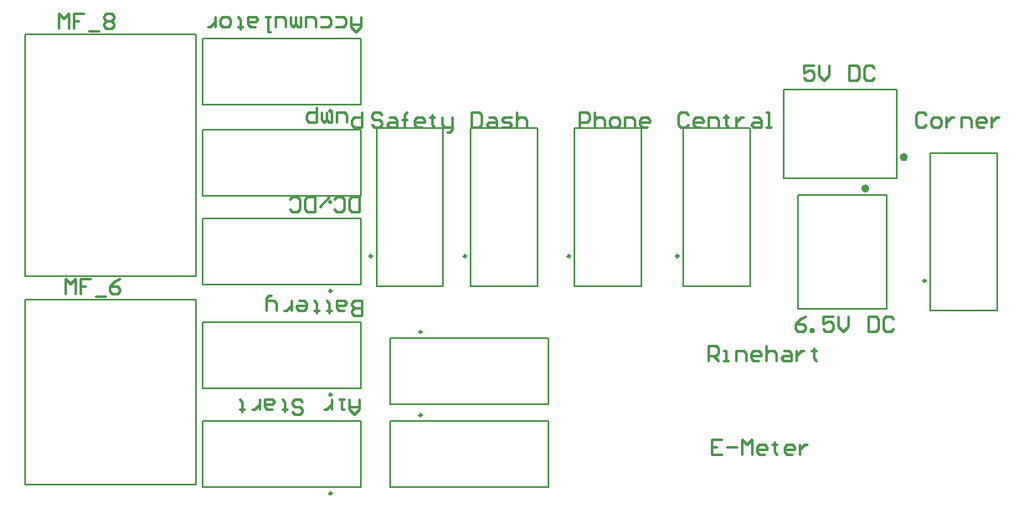
<source format=gto>
G04*
G04 #@! TF.GenerationSoftware,Altium Limited,Altium Designer,19.0.14 (431)*
G04*
G04 Layer_Color=65535*
%FSLAX25Y25*%
%MOIN*%
G70*
G01*
G75*
%ADD10C,0.00984*%
%ADD11C,0.01575*%
%ADD12C,0.00787*%
%ADD13C,0.00600*%
%ADD14C,0.00500*%
%ADD15C,0.01000*%
D10*
X299843Y136024D02*
G03*
X299843Y136024I-492J0D01*
G01*
X177795D02*
G03*
X177795Y136024I-492J0D01*
G01*
X256535D02*
G03*
X256535Y136024I-492J0D01*
G01*
X215197D02*
G03*
X215197Y136024I-492J0D01*
G01*
X161713Y80847D02*
G03*
X161713Y80847I-492J0D01*
G01*
Y41476D02*
G03*
X161713Y41476I-492J0D01*
G01*
Y122185D02*
G03*
X161713Y122185I-492J0D01*
G01*
Y157618D02*
G03*
X161713Y157618I-492J0D01*
G01*
X197539Y105768D02*
G03*
X197539Y105768I-492J0D01*
G01*
Y72696D02*
G03*
X197539Y72696I-492J0D01*
G01*
X398268Y126181D02*
G03*
X398268Y126181I-492J0D01*
G01*
X161713Y193839D02*
G03*
X161713Y193839I-492J0D01*
G01*
D11*
X390236Y175394D02*
G03*
X390236Y175394I-787J0D01*
G01*
X374961Y162913D02*
G03*
X374961Y162913I-787J0D01*
G01*
D12*
X301713Y124016D02*
Y187008D01*
X328209Y124016D02*
Y187008D01*
X301713D02*
X328209D01*
X301713Y124016D02*
X328209D01*
X179665D02*
Y187008D01*
X206161Y124016D02*
Y187008D01*
X179665D02*
X206161D01*
X179665Y124016D02*
X206161D01*
X258405D02*
Y187008D01*
X284902Y124016D02*
Y187008D01*
X258405D02*
X284902D01*
X258405Y124016D02*
X284902D01*
X217067D02*
Y187008D01*
X243564Y124016D02*
Y187008D01*
X217067D02*
X243564D01*
X217067Y124016D02*
X243564D01*
X173228Y83209D02*
Y109705D01*
X110236Y83209D02*
Y109705D01*
X173228D01*
X110236Y83209D02*
X173228D01*
Y43838D02*
Y70334D01*
X110236Y43838D02*
Y70334D01*
X173228D01*
X110236Y43838D02*
X173228D01*
Y124547D02*
Y151043D01*
X110236Y124547D02*
Y151043D01*
X173228D01*
X110236Y124547D02*
X173228D01*
Y159980D02*
Y186476D01*
X110236Y159980D02*
Y186476D01*
X173228D01*
X110236Y159980D02*
X173228D01*
X185039Y76910D02*
Y103405D01*
X248031Y76910D02*
Y103405D01*
X185039Y76910D02*
X248031D01*
X185039Y103405D02*
X248031D01*
X185039Y43838D02*
Y70334D01*
X248031Y43838D02*
Y70334D01*
X185039Y43838D02*
X248031D01*
X185039Y70334D02*
X248031D01*
X400138Y114173D02*
X426634D01*
X400138Y177165D02*
X426634D01*
Y114173D02*
Y177165D01*
X400138Y114173D02*
Y177165D01*
X173228Y196201D02*
Y222697D01*
X110236Y196201D02*
Y222697D01*
X173228D01*
X110236Y196201D02*
X173228D01*
D13*
X39685Y127987D02*
Y224247D01*
X107717D01*
Y127987D02*
Y224247D01*
X39685Y127987D02*
X107717D01*
X39685Y44980D02*
Y118799D01*
X107717D01*
Y44980D02*
Y118799D01*
X39685Y44980D02*
X107717D01*
D14*
X341535Y202362D02*
X386811D01*
X341535Y166929D02*
X386811D01*
X341535D02*
Y202362D01*
X386811Y166929D02*
Y202362D01*
X347205Y115000D02*
Y160276D01*
X382638Y115000D02*
Y160276D01*
X347205Y115000D02*
X382638D01*
X347205Y160276D02*
X382638D01*
D15*
X53150Y226772D02*
Y232770D01*
X55149Y230770D01*
X57148Y232770D01*
Y226772D01*
X63146Y232770D02*
X59148D01*
Y229771D01*
X61147D01*
X59148D01*
Y226772D01*
X65146Y225772D02*
X69144D01*
X71144Y231770D02*
X72144Y232770D01*
X74143D01*
X75143Y231770D01*
Y230770D01*
X74143Y229771D01*
X75143Y228771D01*
Y227771D01*
X74143Y226772D01*
X72144D01*
X71144Y227771D01*
Y228771D01*
X72144Y229771D01*
X71144Y230770D01*
Y231770D01*
X72144Y229771D02*
X74143D01*
X350416Y112140D02*
X348417Y111140D01*
X346417Y109141D01*
Y107141D01*
X347417Y106142D01*
X349416D01*
X350416Y107141D01*
Y108141D01*
X349416Y109141D01*
X346417D01*
X352415Y106142D02*
Y107141D01*
X353415D01*
Y106142D01*
X352415D01*
X361413Y112140D02*
X357414D01*
Y109141D01*
X359413Y110141D01*
X360413D01*
X361413Y109141D01*
Y107141D01*
X360413Y106142D01*
X358413D01*
X357414Y107141D01*
X363412Y112140D02*
Y108141D01*
X365411Y106142D01*
X367410Y108141D01*
Y112140D01*
X375408D02*
Y106142D01*
X378407D01*
X379407Y107141D01*
Y111140D01*
X378407Y112140D01*
X375408D01*
X385405Y111140D02*
X384405Y112140D01*
X382406D01*
X381406Y111140D01*
Y107141D01*
X382406Y106142D01*
X384405D01*
X385405Y107141D01*
X353605Y211904D02*
X349606D01*
Y208905D01*
X351606Y209904D01*
X352605D01*
X353605Y208905D01*
Y206905D01*
X352605Y205906D01*
X350606D01*
X349606Y206905D01*
X355604Y211904D02*
Y207905D01*
X357604Y205906D01*
X359603Y207905D01*
Y211904D01*
X367600D02*
Y205906D01*
X370600D01*
X371599Y206905D01*
Y210904D01*
X370600Y211904D01*
X367600D01*
X377597Y210904D02*
X376598Y211904D01*
X374598D01*
X373599Y210904D01*
Y206905D01*
X374598Y205906D01*
X376598D01*
X377597Y206905D01*
X55512Y120866D02*
Y126864D01*
X57511Y124865D01*
X59510Y126864D01*
Y120866D01*
X65509Y126864D02*
X61510D01*
Y123865D01*
X63509D01*
X61510D01*
Y120866D01*
X67508Y119867D02*
X71507D01*
X77505Y126864D02*
X75505Y125865D01*
X73506Y123865D01*
Y121866D01*
X74506Y120866D01*
X76505D01*
X77505Y121866D01*
Y122865D01*
X76505Y123865D01*
X73506D01*
X173819Y112309D02*
Y118307D01*
X170820D01*
X169820Y117307D01*
Y116308D01*
X170820Y115308D01*
X173819D01*
X170820D01*
X169820Y114308D01*
Y113309D01*
X170820Y112309D01*
X173819D01*
X166821Y114308D02*
X164822D01*
X163822Y115308D01*
Y118307D01*
X166821D01*
X167821Y117307D01*
X166821Y116308D01*
X163822D01*
X160823Y113309D02*
Y114308D01*
X161823D01*
X159823D01*
X160823D01*
Y117307D01*
X159823Y118307D01*
X155825Y113309D02*
Y114308D01*
X156824D01*
X154825D01*
X155825D01*
Y117307D01*
X154825Y118307D01*
X148827D02*
X150826D01*
X151826Y117307D01*
Y115308D01*
X150826Y114308D01*
X148827D01*
X147827Y115308D01*
Y116308D01*
X151826D01*
X145828Y114308D02*
Y118307D01*
Y116308D01*
X144828Y115308D01*
X143829Y114308D01*
X142829D01*
X139830D02*
Y117307D01*
X138830Y118307D01*
X135831D01*
Y119307D01*
X136831Y120306D01*
X137830D01*
X135831Y118307D02*
Y114308D01*
X172835Y78936D02*
Y74938D01*
X170835Y72939D01*
X168836Y74938D01*
Y78936D01*
Y75937D01*
X172835D01*
X166837Y78936D02*
X164837D01*
X165837D01*
Y74938D01*
X166837D01*
X161838D02*
Y78936D01*
Y76937D01*
X160838Y75937D01*
X159839Y74938D01*
X158839D01*
X145843Y73938D02*
X146843Y72939D01*
X148842D01*
X149842Y73938D01*
Y74938D01*
X148842Y75937D01*
X146843D01*
X145843Y76937D01*
Y77937D01*
X146843Y78936D01*
X148842D01*
X149842Y77937D01*
X142844Y73938D02*
Y74938D01*
X143844D01*
X141845D01*
X142844D01*
Y77937D01*
X141845Y78936D01*
X137846Y74938D02*
X135847D01*
X134847Y75937D01*
Y78936D01*
X137846D01*
X138846Y77937D01*
X137846Y76937D01*
X134847D01*
X132848Y74938D02*
Y78936D01*
Y76937D01*
X131848Y75937D01*
X130848Y74938D01*
X129849D01*
X125850Y73938D02*
Y74938D01*
X126849D01*
X124850D01*
X125850D01*
Y77937D01*
X124850Y78936D01*
X172835Y153648D02*
Y159646D01*
X169836D01*
X168836Y158646D01*
Y154647D01*
X169836Y153648D01*
X172835D01*
X162838Y154647D02*
X163838Y153648D01*
X165837D01*
X166837Y154647D01*
Y158646D01*
X165837Y159646D01*
X163838D01*
X162838Y158646D01*
X160838Y159646D02*
X156840Y155647D01*
X154841Y153648D02*
Y159646D01*
X151841D01*
X150842Y158646D01*
Y154647D01*
X151841Y153648D01*
X154841D01*
X144844Y154647D02*
X145843Y153648D01*
X147843D01*
X148842Y154647D01*
Y158646D01*
X147843Y159646D01*
X145843D01*
X144844Y158646D01*
X173622Y193307D02*
Y187309D01*
X170623D01*
X169623Y188309D01*
Y190308D01*
X170623Y191308D01*
X173622D01*
X167624Y189308D02*
Y192307D01*
X166624Y193307D01*
X163625D01*
Y189308D01*
X161626Y193307D02*
Y189308D01*
X160626D01*
X159627Y190308D01*
Y193307D01*
Y190308D01*
X158627Y189308D01*
X157627Y190308D01*
Y193307D01*
X155628Y195306D02*
Y189308D01*
X152629D01*
X151629Y190308D01*
Y192307D01*
X152629Y193307D01*
X155628D01*
X173425Y231299D02*
Y227301D01*
X171426Y225301D01*
X169427Y227301D01*
Y231299D01*
Y228300D01*
X173425D01*
X163428Y227301D02*
X166427D01*
X167427Y228300D01*
Y230299D01*
X166427Y231299D01*
X163428D01*
X157430Y227301D02*
X160429D01*
X161429Y228300D01*
Y230299D01*
X160429Y231299D01*
X157430D01*
X155431Y227301D02*
Y230299D01*
X154431Y231299D01*
X151432D01*
Y227301D01*
X149433Y231299D02*
Y227301D01*
X148433D01*
X147434Y228300D01*
Y231299D01*
Y228300D01*
X146434Y227301D01*
X145434Y228300D01*
Y231299D01*
X143435Y227301D02*
Y230299D01*
X142435Y231299D01*
X139436D01*
Y227301D01*
X137437Y231299D02*
X135438D01*
X136437D01*
Y225301D01*
X137437D01*
X131439Y227301D02*
X129439D01*
X128440Y228300D01*
Y231299D01*
X131439D01*
X132438Y230299D01*
X131439Y229300D01*
X128440D01*
X125441Y226301D02*
Y227301D01*
X126440D01*
X124441D01*
X125441D01*
Y230299D01*
X124441Y231299D01*
X120442D02*
X118443D01*
X117443Y230299D01*
Y228300D01*
X118443Y227301D01*
X120442D01*
X121442Y228300D01*
Y230299D01*
X120442Y231299D01*
X115444Y227301D02*
Y231299D01*
Y229300D01*
X114444Y228300D01*
X113445Y227301D01*
X112445D01*
X311810Y94489D02*
Y100487D01*
X314809D01*
X315808Y99487D01*
Y97488D01*
X314809Y96488D01*
X311810D01*
X313809D02*
X315808Y94489D01*
X317808D02*
X319807D01*
X318807D01*
Y98487D01*
X317808D01*
X322806Y94489D02*
Y98487D01*
X325805D01*
X326805Y97488D01*
Y94489D01*
X331803D02*
X329804D01*
X328804Y95488D01*
Y97488D01*
X329804Y98487D01*
X331803D01*
X332803Y97488D01*
Y96488D01*
X328804D01*
X334802Y100487D02*
Y94489D01*
Y97488D01*
X335802Y98487D01*
X337801D01*
X338801Y97488D01*
Y94489D01*
X341800Y98487D02*
X343799D01*
X344799Y97488D01*
Y94489D01*
X341800D01*
X340800Y95488D01*
X341800Y96488D01*
X344799D01*
X346798Y98487D02*
Y94489D01*
Y96488D01*
X347798Y97488D01*
X348798Y98487D01*
X349797D01*
X353796Y99487D02*
Y98487D01*
X352796D01*
X354796D01*
X353796D01*
Y95488D01*
X354796Y94489D01*
X316990Y63084D02*
X312992D01*
Y57086D01*
X316990D01*
X312992Y60085D02*
X314991D01*
X318990D02*
X322988D01*
X324988Y57086D02*
Y63084D01*
X326987Y61085D01*
X328987Y63084D01*
Y57086D01*
X333985D02*
X331985D01*
X330986Y58086D01*
Y60085D01*
X331985Y61085D01*
X333985D01*
X334984Y60085D01*
Y59086D01*
X330986D01*
X337984Y62085D02*
Y61085D01*
X336984D01*
X338983D01*
X337984D01*
Y58086D01*
X338983Y57086D01*
X344981D02*
X342982D01*
X341982Y58086D01*
Y60085D01*
X342982Y61085D01*
X344981D01*
X345981Y60085D01*
Y59086D01*
X341982D01*
X347980Y61085D02*
Y57086D01*
Y59086D01*
X348980Y60085D01*
X349980Y61085D01*
X350979D01*
X398261Y192435D02*
X397261Y193435D01*
X395262D01*
X394262Y192435D01*
Y188437D01*
X395262Y187437D01*
X397261D01*
X398261Y188437D01*
X401260Y187437D02*
X403260D01*
X404259Y188437D01*
Y190436D01*
X403260Y191436D01*
X401260D01*
X400260Y190436D01*
Y188437D01*
X401260Y187437D01*
X406258Y191436D02*
Y187437D01*
Y189436D01*
X407258Y190436D01*
X408258Y191436D01*
X409258D01*
X412256Y187437D02*
Y191436D01*
X415256D01*
X416255Y190436D01*
Y187437D01*
X421254D02*
X419254D01*
X418255Y188437D01*
Y190436D01*
X419254Y191436D01*
X421254D01*
X422253Y190436D01*
Y189436D01*
X418255D01*
X424253Y191436D02*
Y187437D01*
Y189436D01*
X425252Y190436D01*
X426252Y191436D01*
X427252D01*
X181760Y192404D02*
X180760Y193404D01*
X178761D01*
X177761Y192404D01*
Y191404D01*
X178761Y190404D01*
X180760D01*
X181760Y189405D01*
Y188405D01*
X180760Y187406D01*
X178761D01*
X177761Y188405D01*
X184758Y191404D02*
X186758D01*
X187758Y190404D01*
Y187406D01*
X184758D01*
X183759Y188405D01*
X184758Y189405D01*
X187758D01*
X190757Y187406D02*
Y192404D01*
Y190404D01*
X189757D01*
X191756D01*
X190757D01*
Y192404D01*
X191756Y193404D01*
X197754Y187406D02*
X195755D01*
X194755Y188405D01*
Y190404D01*
X195755Y191404D01*
X197754D01*
X198754Y190404D01*
Y189405D01*
X194755D01*
X201753Y192404D02*
Y191404D01*
X200753D01*
X202753D01*
X201753D01*
Y188405D01*
X202753Y187406D01*
X205752Y191404D02*
Y188405D01*
X206751Y187406D01*
X209750D01*
Y186406D01*
X208751Y185406D01*
X207751D01*
X209750Y187406D02*
Y191404D01*
X260479Y187421D02*
Y193419D01*
X263478D01*
X264478Y192420D01*
Y190420D01*
X263478Y189421D01*
X260479D01*
X266478Y193419D02*
Y187421D01*
Y190420D01*
X267477Y191420D01*
X269477D01*
X270476Y190420D01*
Y187421D01*
X273475D02*
X275475D01*
X276474Y188421D01*
Y190420D01*
X275475Y191420D01*
X273475D01*
X272476Y190420D01*
Y188421D01*
X273475Y187421D01*
X278474D02*
Y191420D01*
X281473D01*
X282472Y190420D01*
Y187421D01*
X287471D02*
X285471D01*
X284472Y188421D01*
Y190420D01*
X285471Y191420D01*
X287471D01*
X288471Y190420D01*
Y189421D01*
X284472D01*
X217182Y193488D02*
Y187490D01*
X220181D01*
X221181Y188489D01*
Y192488D01*
X220181Y193488D01*
X217182D01*
X224180Y191489D02*
X226179D01*
X227179Y190489D01*
Y187490D01*
X224180D01*
X223180Y188489D01*
X224180Y189489D01*
X227179D01*
X229178Y187490D02*
X232177D01*
X233177Y188489D01*
X232177Y189489D01*
X230178D01*
X229178Y190489D01*
X230178Y191489D01*
X233177D01*
X235176Y193488D02*
Y187490D01*
Y190489D01*
X236176Y191489D01*
X238175D01*
X239175Y190489D01*
Y187490D01*
X303825Y192420D02*
X302826Y193419D01*
X300827D01*
X299827Y192420D01*
Y188421D01*
X300827Y187421D01*
X302826D01*
X303825Y188421D01*
X308824Y187421D02*
X306824D01*
X305825Y188421D01*
Y190420D01*
X306824Y191420D01*
X308824D01*
X309823Y190420D01*
Y189421D01*
X305825D01*
X311823Y187421D02*
Y191420D01*
X314822D01*
X315822Y190420D01*
Y187421D01*
X318821Y192420D02*
Y191420D01*
X317821D01*
X319820D01*
X318821D01*
Y188421D01*
X319820Y187421D01*
X322819Y191420D02*
Y187421D01*
Y189421D01*
X323819Y190420D01*
X324819Y191420D01*
X325818D01*
X329817D02*
X331816D01*
X332816Y190420D01*
Y187421D01*
X329817D01*
X328817Y188421D01*
X329817Y189421D01*
X332816D01*
X334816Y187421D02*
X336815D01*
X335815D01*
Y193419D01*
X334816D01*
M02*

</source>
